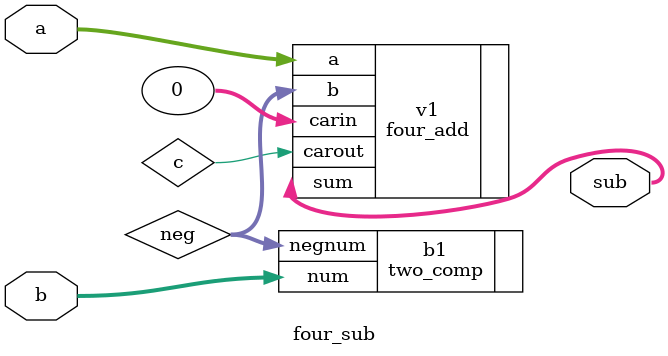
<source format=v>
module four_sub (input [3:0] a, input [3:0] b, output [3:0] sub);
	wire [3:0] neg;
	wire c;
	two_comp b1 (.num(b), .negnum(neg));
  four_add v1 (.a(a), .b(neg), .carin(0), .sum(sub), .carout(c));
endmodule

</source>
